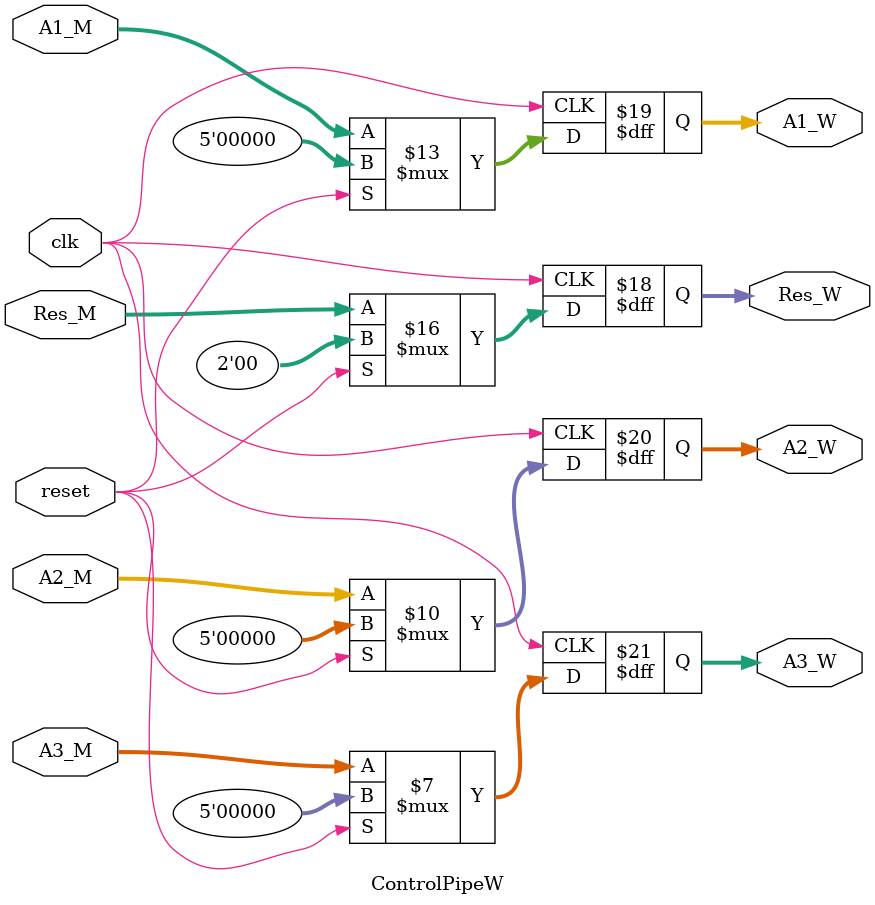
<source format=v>
`timescale 1ns / 1ps
module PipeR_IF_ID(
    input clk,
    input reset,
    input stall,
    input [31:0] IR,
    input [31:0] ADD4,
    output reg [31:0] IR_D,
    output reg [31:0] PC4_D,
    output reg [31:0] PC8_D
    );
	
	integer i;
	
	initial begin
		for(i=0;i<32;i=i+1) begin
			IR_D[i] <= 0;
			PC4_D[i] <= 0;
			PC8_D[i] <=0;
		end
	end
	
	always @(posedge clk) begin
		if(reset) begin
			IR_D <= 0;
			PC4_D <= 0;
			PC8_D <=0;
		end
		
		else if(stall)begin
			IR_D <= IR_D;
			PC4_D <= PC4_D;
			PC8_D <= PC8_D;
		end
		else begin
			IR_D <= IR;
			PC4_D <= ADD4;
			PC8_D <= ADD4+4;
		end
	end

endmodule

module PipeR_ID_EX(
	input cmp,
		input clk,
		input reset,
		inout [31:0] IR_D,
		input [31:0] PC8_D,
		input [31:0] MFRSD,
		input [31:0] MFRTD,
		input [31:0] im32,
		output reg [31:0] IR_E,
		output reg [31:0] PC8_E,
		output reg [31:0] R_RS_E,
		output reg [31:0] R_RT_E,
		output reg [31:0] im32_E,
		output reg cmp_e
	);
	
	integer i;
	
	initial begin
		for(i=0;i<32;i=i+1) begin
			IR_E[i] <= 0;
			PC8_E[i] <= 0;
			R_RS_E[i] <= 0;
			R_RT_E[i] <= 0;
			im32_E[i] <= 0;
			cmp_e <= 0;
		end
	end
	
	always @(posedge clk) begin
		if(reset) begin
			IR_E <= 0;
			PC8_E <= 0;
			R_RS_E <= 0;
			R_RT_E <= 0;
			im32_E <= 0;
			cmp_e <= 0;
		end
		
		else begin
			IR_E <= IR_D;
			PC8_E <= PC8_D;
			R_RS_E <= MFRSD;
			R_RT_E <= MFRTD;
			im32_E <= im32;
			cmp_e <= cmp;
		end
	end
	
endmodule

module PipeR_EX_MEM(
		input cmp_e,
		input clk,
		input reset,
		input [31:0] IR_E,
		input [31:0] PC8_E,
		input [31:0] ALUout,
		input [31:0] XALUout,
		input [31:0] MFRTE,
		output reg [31:0] IR_M,
		output reg [31:0] PC8_M,
		output reg [31:0] AO_M,
		output reg [31:0] XAO_M,
		output reg [31:0] MFRTE_M,
		output reg cmp_m
	);
	
	integer i;
	
	initial begin
		for(i=0;i<32;i=i+1) begin
			IR_M[i] <= 0;
			PC8_M[i] <= 0;
			AO_M[i] <= 0;
			XAO_M[i] <= 0;
			MFRTE_M[i] <= 0;
			cmp_m <= 0;
		end
	end
	
	always @(posedge clk) begin
		if(reset) begin
			IR_M <= 0;
			PC8_M <= 0;
			AO_M <= 0;
			XAO_M[i] <= 0;
			MFRTE_M <= 0;
			cmp_m <= 0;
		end
		
		else begin
			IR_M <= IR_E;
			PC8_M <= PC8_E;
			AO_M <= ALUout;
			XAO_M <= XALUout;
			MFRTE_M <= MFRTE;
			cmp_m <= cmp_e;
		end
	end
	
endmodule

module PipeR_MEM_WB(
		input [31:0] XAO_M,
		input cmp_m,
		input clk,
		input reset,
		inout [31:0] IR_M,
		input [31:0] PC8_M,
		input [31:0] ALUout_M,
		input [31:0] DM_out,
		output reg [31:0] IR_W,
		output reg [31:0] PC8_W,
		output reg [31:0] ALUout_W,
		output reg [31:0] DM_W,
		output reg cmp_w,
		output reg [31:0] XAO_W
	);
	
	integer i;
	
	initial begin
		for(i=0;i<32;i=i+1) begin
			IR_W[i] <= 0;
			PC8_W[i] <= 0;
			ALUout_W[i] <= 0;
			DM_W[i] <= 0;
			cmp_w <= 0;
			XAO_W[i] <= 0;
		end
	end
	
	always @(posedge clk) begin
		if(reset) begin
			IR_W <= 0;
			PC8_W <= 0;
			ALUout_W <= 0;
			DM_W <= 0;
			cmp_w <= 0;
			XAO_W <= 0;
		end
		
		else begin
			IR_W <= IR_M;
			PC8_W <= PC8_M;
			ALUout_W <= ALUout_M;
			DM_W <= DM_out;
			cmp_w <= cmp_m;
			XAO_W <= XAO_M;
		end
	end
	
endmodule

module ControlPipeE(
	input clk,
	input reset,
	input [1:0] Res,
	input [4:0] A1,
	input [4:0] A2,
	input [4:0] A3,
	output reg [1:0] Res_E,
	output reg [4:0] A1_E,
	output reg [4:0] A2_E,
	output reg [4:0] A3_E
	);
	
	always @(posedge clk) begin
		if (reset) begin
			// reset
			Res_E <= 0;
			A1_E <= 0;
			A2_E <= 0;
			A3_E <= 0;
		end
		else begin
			Res_E <= Res;
			A1_E <= A1;
			A2_E <= A2;
			A3_E <= A3;
		end
	end

endmodule

module ControlPipeM(
	input clk,
	input reset,
	input [1:0] Res_E,
	input [4:0] A1_E,
	input [4:0] A2_E,
	input [4:0] A3_E,
	output reg [1:0] Res_M,
	output reg [4:0] A1_M,
	output reg [4:0] A2_M,
	output reg [4:0] A3_M
	);
	
	always @(posedge clk) begin
		if (reset) begin
			// reset
			Res_M <= 0;
			A1_M <= 0;
			A2_M <= 0;
			A3_M <= 0;
		end
		else begin
			Res_M <= Res_E;
			A1_M <= A1_E;
			A2_M <= A2_E;
			A3_M <= A3_E;
		end
	end

endmodule

module ControlPipeW(
	input clk,
	input reset,
	input [1:0] Res_M,
	input [4:0] A1_M,
	input [4:0] A2_M,
	input [4:0] A3_M,
	output reg [1:0] Res_W,
	output reg [4:0] A1_W,
	output reg [4:0] A2_W,
	output reg [4:0] A3_W
	);
	
	always @(posedge clk) begin
		if (reset) begin
			// reset
			Res_W <= 0;
			A1_W <= 0;
			A2_W <= 0;
			A3_W <= 0;
		end
		else begin
			Res_W <= Res_M;
			A1_W <= A1_M;
			A2_W <= A2_M;
			A3_W <= A3_M;
		end
	end

endmodule
</source>
